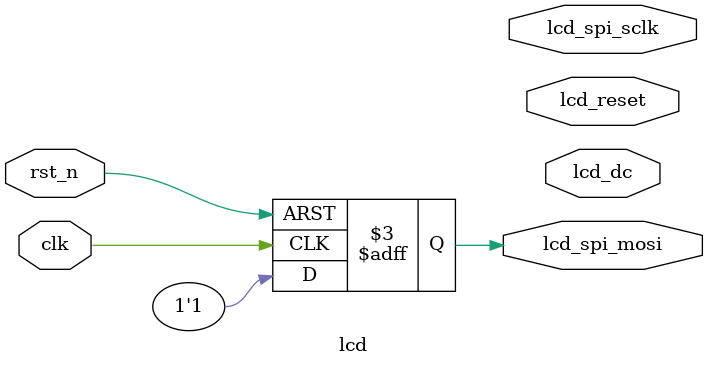
<source format=v>

module lcd #(
    parameter SCREEN_WIDTH = 320,
    parameter SCREEN_HEIGHT = 240
)
(
    input   clk,
    input   rst_n,

    // ÆÁÄ»
    output lcd_spi_sclk,
    output reg lcd_spi_mosi,
    //output lcd_spi_cs,
    output lcd_dc,
    output lcd_reset
);


always @(posedge clk or negedge rst_n) begin
	if(!rst_n)
		lcd_spi_mosi <= 1'b0;
	else
		lcd_spi_mosi <= 1'b1;
end



endmodule
</source>
